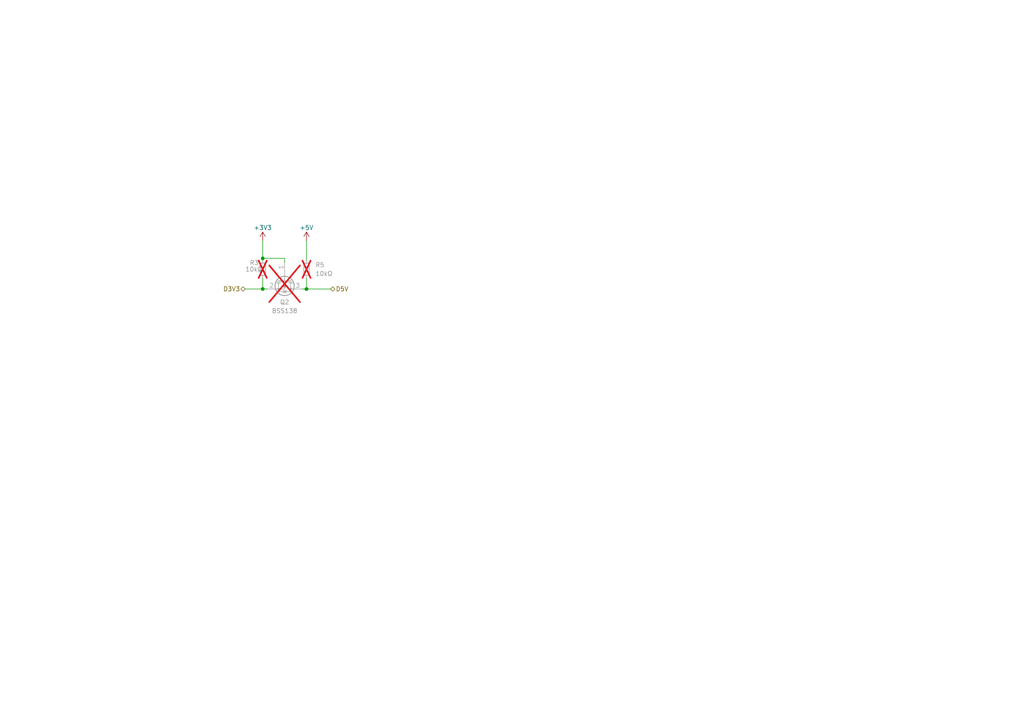
<source format=kicad_sch>
(kicad_sch (version 20230121) (generator eeschema)
  (paper "A4")
  (lib_symbols
    (symbol "Device:R_Small" (pin_numbers hide) (pin_names (offset 0.254) hide)
      (property "Reference" "R" (at 0.762 0.508 0))
      (property "Value" "R_Small" (at 0.762 -1.016 0))
      (symbol "R_Small_0_1"
        (rectangle (start -0.762 1.778) (end 0.762 -1.778) (stroke (width 0.2032)))
      )
      (symbol "R_Small_1_1"
        (pin passive line (at 0 2.54 270) (length 0.762) (name "~") (number "1"))
        (pin passive line (at 0 -2.54 90) (length 0.762) (name "~") (number "2"))
      )
    )
    (symbol "Transistor_FET:BSS138" (pin_names hide)
      (property "Reference" "Q" (at 5.08 1.905 0))
      (property "Value" "BSS138" (at 5.08 0 0))
      (symbol "BSS138_0_1"
        (polyline (pts (xy 0.254 0) (xy -2.54 0)))
        (polyline (pts (xy 0.254 1.905) (xy 0.254 -1.905)) (stroke (width 0.254)))
        (polyline (pts (xy 0.762 -1.27) (xy 0.762 -2.286)) (stroke (width 0.254)))
        (polyline (pts (xy 0.762 0.508) (xy 0.762 -0.508)) (stroke (width 0.254)))
        (polyline (pts (xy 0.762 2.286) (xy 0.762 1.27)) (stroke (width 0.254)))
        (polyline (pts (xy 2.54 2.54) (xy 2.54 1.778)))
        (polyline (pts (xy 2.54 -2.54) (xy 2.54 0) (xy 0.762 0)))
        (polyline (pts (xy 0.762 -1.778) (xy 3.302 -1.778) (xy 3.302 1.778) (xy 0.762 1.778)))
        (polyline (pts (xy 1.016 0) (xy 2.032 0.381) (xy 2.032 -0.381) (xy 1.016 0)) (fill (type outline)))
        (polyline (pts (xy 2.794 0.508) (xy 2.921 0.381) (xy 3.683 0.381) (xy 3.81 0.254)))
        (polyline (pts (xy 3.302 0.381) (xy 2.921 -0.254) (xy 3.683 -0.254) (xy 3.302 0.381)))
        (circle (center 1.651 0) (radius 2.794) (stroke (width 0.254)))
        (circle (center 2.54 -1.778) (radius 0.254) (fill (type outline)))
        (circle (center 2.54 1.778) (radius 0.254) (fill (type outline)))
      )
      (symbol "BSS138_1_1"
        (pin input line (at -5.08 0 0) (length 2.54) (name "G") (number "1"))
        (pin passive line (at 2.54 -5.08 90) (length 2.54) (name "S") (number "2"))
        (pin passive line (at 2.54 5.08 270) (length 2.54) (name "D") (number "3"))
      )
    )
    (symbol "power:+3V3" (power) (pin_names (offset 0))
      (property "Value" "+3V3" (at 0 3.556 0))
      (symbol "+3V3_0_1"
        (polyline (pts (xy -0.762 1.27) (xy 0 2.54)))
        (polyline (pts (xy 0 0) (xy 0 2.54)))
        (polyline (pts (xy 0 2.54) (xy 0.762 1.27)))
      )
      (symbol "+3V3_1_1"
        (pin power_in line (at 0 0 90) (length 0) hide (name "+3V3") (number "1"))
      )
    )
    (symbol "power:+5V" (power) (pin_names (offset 0))
      (property "Value" "+5V" (at 0 3.556 0))
      (symbol "+5V_0_1"
        (polyline (pts (xy -0.762 1.27) (xy 0 2.54)))
        (polyline (pts (xy 0 0) (xy 0 2.54)))
        (polyline (pts (xy 0 2.54) (xy 0.762 1.27)))
      )
      (symbol "+5V_1_1"
        (pin power_in line (at 0 0 90) (length 0) hide (name "+5V") (number "1"))
      )
    )
  )
  (junction (at 76.2 74.93))
  (junction (at 76.2 83.82))
  (junction (at 88.9 83.82))
  (wire (pts (xy 71.12 83.82) (xy 76.2 83.82)))
  (wire (pts (xy 76.2 69.85) (xy 76.2 74.93)))
  (wire (pts (xy 87.63 83.82) (xy 88.9 83.82)))
  (wire (pts (xy 76.2 74.93) (xy 82.55 74.93)))
  (wire (pts (xy 76.2 83.82) (xy 77.47 83.82)))
  (wire (pts (xy 88.9 69.85) (xy 88.9 75.565)))
  (wire (pts (xy 88.9 80.645) (xy 88.9 83.82)))
  (wire (pts (xy 76.2 74.93) (xy 76.2 75.565)))
  (wire (pts (xy 88.9 83.82) (xy 95.885 83.82)))
  (wire (pts (xy 82.55 74.93) (xy 82.55 76.2)))
  (wire (pts (xy 76.2 80.645) (xy 76.2 83.82)))
  (hierarchical_label "D5V" (shape bidirectional) (at 95.885 83.82 0))
  (hierarchical_label "D3V3" (shape bidirectional) (at 71.12 83.82 180))
  (symbol (lib_id "Device:R_Small") (at 76.2 78.105 0) (unit 1) (dnp yes)
    (property "Reference" "R3" (at 72.39 76.2 0) (effects (justify left)))
    (property "Value" "10kΩ" (at 71.12 78.105 0) (effects (justify left)))
    (property "Footprint" "Resistor_SMD:R_0805_2012Metric" (effects hide))
    (property "Datasheet" "https://datasheet.lcsc.com/lcsc/2304140030_RALEC-RTT051002FTP_C103904.pdf" (effects hide))
    (property "LCSC" "C103904" (effects hide))
    (instances (project "16SegLed" (path "" (reference "R3") (unit 1)) (path "" (reference "R8") (unit 1)) (path "" (reference "R10") (unit 1))))
  )
  (symbol (lib_id "Transistor_FET:BSS138") (at 82.55 81.28 270) (unit 1) (dnp yes)
    (property "Reference" "Q2" (at 82.55 87.63 90))
    (property "Value" "BSS138" (at 82.55 90.17 90))
    (property "Footprint" "Package_TO_SOT_SMD:SOT-23" (effects hide))
    (property "Datasheet" "https://www.onsemi.com/pub/Collateral/BSS138-D.PDF" (effects hide))
    (property "LCSC" "C193019" (effects hide))
    (instances (project "16SegLed" (path "" (reference "Q2") (unit 1)) (path "" (reference "Q1") (unit 1)) (path "" (reference "Q2") (unit 1))))
  )
  (symbol (lib_id "power:+5V") (at 88.9 69.85 0) (unit 1)
    (property "Reference" "#PWR05" (effects hide))
    (property "Value" "+5V" (at 88.9 66.04 0))
    (instances (project "Kitchen Clock 3" (path "" (reference "#PWR05") (unit 1))) (project "16SegLed" (path "" (reference "#PWR011") (unit 1)) (path "" (reference "#PWR022") (unit 1)) (path "" (reference "#PWR023") (unit 1))))
  )
  (symbol (lib_id "power:+3V3") (at 76.2 69.85 0) (unit 1)
    (property "Reference" "#PWR014" (effects hide))
    (property "Value" "+3V3" (at 76.2 66.04 0))
    (instances (project "16SegLed" (path "" (reference "#PWR014") (unit 1)) (path "" (reference "#PWR030") (unit 1)) (path "" (reference "#PWR031") (unit 1))))
  )
  (symbol (lib_id "Device:R_Small") (at 88.9 78.105 0) (unit 1) (dnp yes)
    (property "Reference" "R5" (at 91.44 76.835 0) (effects (justify left)))
    (property "Value" "10kΩ" (at 91.44 79.375 0) (effects (justify left)))
    (property "Footprint" "Resistor_SMD:R_0805_2012Metric" (effects hide))
    (property "Datasheet" "https://datasheet.lcsc.com/lcsc/2304140030_RALEC-RTT051002FTP_C103904.pdf" (effects hide))
    (property "LCSC" "C103904" (effects hide))
    (instances (project "16SegLed" (path "" (reference "R5") (unit 1)) (path "" (reference "R9") (unit 1)) (path "" (reference "R11") (unit 1))))
  )
)
</source>
